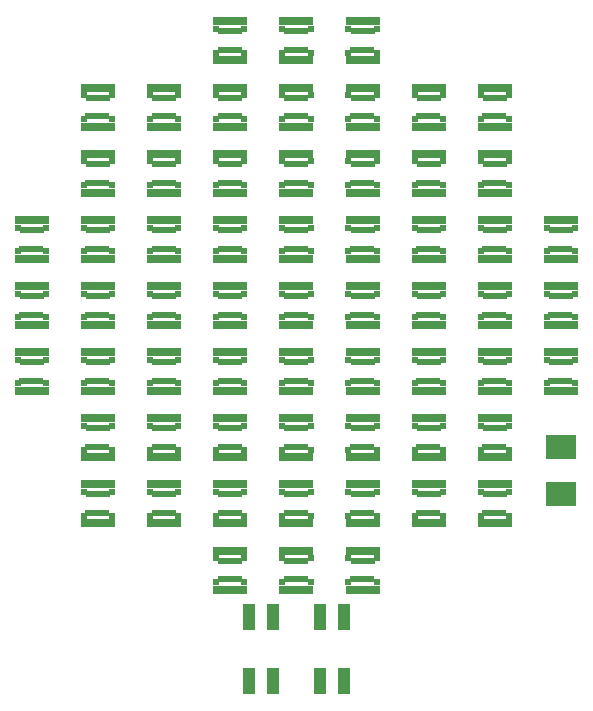
<source format=gbr>
G04 #@! TF.GenerationSoftware,KiCad,Pcbnew,5.1.5+dfsg1-2build2*
G04 #@! TF.CreationDate,2021-12-15T11:20:51+01:00*
G04 #@! TF.ProjectId,BitBadge,42697442-6164-4676-952e-6b696361645f,rev?*
G04 #@! TF.SameCoordinates,Original*
G04 #@! TF.FileFunction,Paste,Top*
G04 #@! TF.FilePolarity,Positive*
%FSLAX46Y46*%
G04 Gerber Fmt 4.6, Leading zero omitted, Abs format (unit mm)*
G04 Created by KiCad (PCBNEW 5.1.5+dfsg1-2build2) date 2021-12-15 11:20:51*
%MOMM*%
%LPD*%
G04 APERTURE LIST*
%ADD10R,1.000000X2.200000*%
%ADD11R,2.500000X2.000000*%
%ADD12R,0.600000X0.500000*%
%ADD13R,3.000000X0.800000*%
%ADD14R,2.000000X0.600000*%
G04 APERTURE END LIST*
D10*
X102000000Y-126400000D03*
X104000000Y-126400000D03*
X96000000Y-126400000D03*
X98000000Y-126400000D03*
X102000000Y-131800000D03*
X104000000Y-131800000D03*
X98000000Y-131800000D03*
X96000000Y-131800000D03*
D11*
X122400000Y-116000000D03*
X122400000Y-112000000D03*
D12*
X104400000Y-123400000D03*
X106800000Y-123400000D03*
D13*
X105600000Y-124050000D03*
D14*
X105550000Y-123200000D03*
X105600000Y-121600000D03*
D13*
X105600000Y-120750000D03*
D12*
X106800000Y-121400000D03*
X104400000Y-121400000D03*
X98800000Y-123400000D03*
X101200000Y-123400000D03*
D13*
X100000000Y-124050000D03*
D14*
X99950000Y-123200000D03*
X100000000Y-121600000D03*
D13*
X100000000Y-120750000D03*
D12*
X101200000Y-121400000D03*
X98800000Y-121400000D03*
X93200000Y-123400000D03*
X95600000Y-123400000D03*
D13*
X94400000Y-124050000D03*
D14*
X94350000Y-123200000D03*
X94400000Y-121600000D03*
D13*
X94400000Y-120750000D03*
D12*
X95600000Y-121400000D03*
X93200000Y-121400000D03*
X115600000Y-117800000D03*
X118000000Y-117800000D03*
D13*
X116800000Y-118450000D03*
D14*
X116750000Y-117600000D03*
X116800000Y-116000000D03*
D13*
X116800000Y-115150000D03*
D12*
X118000000Y-115800000D03*
X115600000Y-115800000D03*
X110000000Y-117800000D03*
X112400000Y-117800000D03*
D13*
X111200000Y-118450000D03*
D14*
X111150000Y-117600000D03*
X111200000Y-116000000D03*
D13*
X111200000Y-115150000D03*
D12*
X112400000Y-115800000D03*
X110000000Y-115800000D03*
X104400000Y-117800000D03*
X106800000Y-117800000D03*
D13*
X105600000Y-118450000D03*
D14*
X105550000Y-117600000D03*
X105600000Y-116000000D03*
D13*
X105600000Y-115150000D03*
D12*
X106800000Y-115800000D03*
X104400000Y-115800000D03*
X98800000Y-117800000D03*
X101200000Y-117800000D03*
D13*
X100000000Y-118450000D03*
D14*
X99950000Y-117600000D03*
X100000000Y-116000000D03*
D13*
X100000000Y-115150000D03*
D12*
X101200000Y-115800000D03*
X98800000Y-115800000D03*
X93200000Y-117800000D03*
X95600000Y-117800000D03*
D13*
X94400000Y-118450000D03*
D14*
X94350000Y-117600000D03*
X94400000Y-116000000D03*
D13*
X94400000Y-115150000D03*
D12*
X95600000Y-115800000D03*
X93200000Y-115800000D03*
X87600000Y-117800000D03*
X90000000Y-117800000D03*
D13*
X88800000Y-118450000D03*
D14*
X88750000Y-117600000D03*
X88800000Y-116000000D03*
D13*
X88800000Y-115150000D03*
D12*
X90000000Y-115800000D03*
X87600000Y-115800000D03*
X82000000Y-117800000D03*
X84400000Y-117800000D03*
D13*
X83200000Y-118450000D03*
D14*
X83150000Y-117600000D03*
X83200000Y-116000000D03*
D13*
X83200000Y-115150000D03*
D12*
X84400000Y-115800000D03*
X82000000Y-115800000D03*
X115600000Y-112200000D03*
X118000000Y-112200000D03*
D13*
X116800000Y-112850000D03*
D14*
X116750000Y-112000000D03*
X116800000Y-110400000D03*
D13*
X116800000Y-109550000D03*
D12*
X118000000Y-110200000D03*
X115600000Y-110200000D03*
X110000000Y-112200000D03*
X112400000Y-112200000D03*
D13*
X111200000Y-112850000D03*
D14*
X111150000Y-112000000D03*
X111200000Y-110400000D03*
D13*
X111200000Y-109550000D03*
D12*
X112400000Y-110200000D03*
X110000000Y-110200000D03*
X104400000Y-112200000D03*
X106800000Y-112200000D03*
D13*
X105600000Y-112850000D03*
D14*
X105550000Y-112000000D03*
X105600000Y-110400000D03*
D13*
X105600000Y-109550000D03*
D12*
X106800000Y-110200000D03*
X104400000Y-110200000D03*
X98800000Y-112200000D03*
X101200000Y-112200000D03*
D13*
X100000000Y-112850000D03*
D14*
X99950000Y-112000000D03*
X100000000Y-110400000D03*
D13*
X100000000Y-109550000D03*
D12*
X101200000Y-110200000D03*
X98800000Y-110200000D03*
X93200000Y-112200000D03*
X95600000Y-112200000D03*
D13*
X94400000Y-112850000D03*
D14*
X94350000Y-112000000D03*
X94400000Y-110400000D03*
D13*
X94400000Y-109550000D03*
D12*
X95600000Y-110200000D03*
X93200000Y-110200000D03*
X87600000Y-112200000D03*
X90000000Y-112200000D03*
D13*
X88800000Y-112850000D03*
D14*
X88750000Y-112000000D03*
X88800000Y-110400000D03*
D13*
X88800000Y-109550000D03*
D12*
X90000000Y-110200000D03*
X87600000Y-110200000D03*
X82000000Y-112200000D03*
X84400000Y-112200000D03*
D13*
X83200000Y-112850000D03*
D14*
X83150000Y-112000000D03*
X83200000Y-110400000D03*
D13*
X83200000Y-109550000D03*
D12*
X84400000Y-110200000D03*
X82000000Y-110200000D03*
X121200000Y-106600000D03*
X123600000Y-106600000D03*
D13*
X122400000Y-107250000D03*
D14*
X122350000Y-106400000D03*
X122400000Y-104800000D03*
D13*
X122400000Y-103950000D03*
D12*
X123600000Y-104600000D03*
X121200000Y-104600000D03*
X115600000Y-106600000D03*
X118000000Y-106600000D03*
D13*
X116800000Y-107250000D03*
D14*
X116750000Y-106400000D03*
X116800000Y-104800000D03*
D13*
X116800000Y-103950000D03*
D12*
X118000000Y-104600000D03*
X115600000Y-104600000D03*
X110000000Y-106600000D03*
X112400000Y-106600000D03*
D13*
X111200000Y-107250000D03*
D14*
X111150000Y-106400000D03*
X111200000Y-104800000D03*
D13*
X111200000Y-103950000D03*
D12*
X112400000Y-104600000D03*
X110000000Y-104600000D03*
X104400000Y-106600000D03*
X106800000Y-106600000D03*
D13*
X105600000Y-107250000D03*
D14*
X105550000Y-106400000D03*
X105600000Y-104800000D03*
D13*
X105600000Y-103950000D03*
D12*
X106800000Y-104600000D03*
X104400000Y-104600000D03*
X98800000Y-106600000D03*
X101200000Y-106600000D03*
D13*
X100000000Y-107250000D03*
D14*
X99950000Y-106400000D03*
X100000000Y-104800000D03*
D13*
X100000000Y-103950000D03*
D12*
X101200000Y-104600000D03*
X98800000Y-104600000D03*
X93200000Y-106600000D03*
X95600000Y-106600000D03*
D13*
X94400000Y-107250000D03*
D14*
X94350000Y-106400000D03*
X94400000Y-104800000D03*
D13*
X94400000Y-103950000D03*
D12*
X95600000Y-104600000D03*
X93200000Y-104600000D03*
X87600000Y-106600000D03*
X90000000Y-106600000D03*
D13*
X88800000Y-107250000D03*
D14*
X88750000Y-106400000D03*
X88800000Y-104800000D03*
D13*
X88800000Y-103950000D03*
D12*
X90000000Y-104600000D03*
X87600000Y-104600000D03*
X82000000Y-106600000D03*
X84400000Y-106600000D03*
D13*
X83200000Y-107250000D03*
D14*
X83150000Y-106400000D03*
X83200000Y-104800000D03*
D13*
X83200000Y-103950000D03*
D12*
X84400000Y-104600000D03*
X82000000Y-104600000D03*
X76400000Y-106600000D03*
X78800000Y-106600000D03*
D13*
X77600000Y-107250000D03*
D14*
X77550000Y-106400000D03*
X77600000Y-104800000D03*
D13*
X77600000Y-103950000D03*
D12*
X78800000Y-104600000D03*
X76400000Y-104600000D03*
X121200000Y-101000000D03*
X123600000Y-101000000D03*
D13*
X122400000Y-101650000D03*
D14*
X122350000Y-100800000D03*
X122400000Y-99200000D03*
D13*
X122400000Y-98350000D03*
D12*
X123600000Y-99000000D03*
X121200000Y-99000000D03*
X115600000Y-101000000D03*
X118000000Y-101000000D03*
D13*
X116800000Y-101650000D03*
D14*
X116750000Y-100800000D03*
X116800000Y-99200000D03*
D13*
X116800000Y-98350000D03*
D12*
X118000000Y-99000000D03*
X115600000Y-99000000D03*
X110000000Y-101000000D03*
X112400000Y-101000000D03*
D13*
X111200000Y-101650000D03*
D14*
X111150000Y-100800000D03*
X111200000Y-99200000D03*
D13*
X111200000Y-98350000D03*
D12*
X112400000Y-99000000D03*
X110000000Y-99000000D03*
X104400000Y-101000000D03*
X106800000Y-101000000D03*
D13*
X105600000Y-101650000D03*
D14*
X105550000Y-100800000D03*
X105600000Y-99200000D03*
D13*
X105600000Y-98350000D03*
D12*
X106800000Y-99000000D03*
X104400000Y-99000000D03*
X98800000Y-101000000D03*
X101200000Y-101000000D03*
D13*
X100000000Y-101650000D03*
D14*
X99950000Y-100800000D03*
X100000000Y-99200000D03*
D13*
X100000000Y-98350000D03*
D12*
X101200000Y-99000000D03*
X98800000Y-99000000D03*
X93200000Y-101000000D03*
X95600000Y-101000000D03*
D13*
X94400000Y-101650000D03*
D14*
X94350000Y-100800000D03*
X94400000Y-99200000D03*
D13*
X94400000Y-98350000D03*
D12*
X95600000Y-99000000D03*
X93200000Y-99000000D03*
X87600000Y-101000000D03*
X90000000Y-101000000D03*
D13*
X88800000Y-101650000D03*
D14*
X88750000Y-100800000D03*
X88800000Y-99200000D03*
D13*
X88800000Y-98350000D03*
D12*
X90000000Y-99000000D03*
X87600000Y-99000000D03*
X82000000Y-101000000D03*
X84400000Y-101000000D03*
D13*
X83200000Y-101650000D03*
D14*
X83150000Y-100800000D03*
X83200000Y-99200000D03*
D13*
X83200000Y-98350000D03*
D12*
X84400000Y-99000000D03*
X82000000Y-99000000D03*
X76400000Y-101000000D03*
X78800000Y-101000000D03*
D13*
X77600000Y-101650000D03*
D14*
X77550000Y-100800000D03*
X77600000Y-99200000D03*
D13*
X77600000Y-98350000D03*
D12*
X78800000Y-99000000D03*
X76400000Y-99000000D03*
X121200000Y-95400000D03*
X123600000Y-95400000D03*
D13*
X122400000Y-96050000D03*
D14*
X122350000Y-95200000D03*
X122400000Y-93600000D03*
D13*
X122400000Y-92750000D03*
D12*
X123600000Y-93400000D03*
X121200000Y-93400000D03*
X115600000Y-95400000D03*
X118000000Y-95400000D03*
D13*
X116800000Y-96050000D03*
D14*
X116750000Y-95200000D03*
X116800000Y-93600000D03*
D13*
X116800000Y-92750000D03*
D12*
X118000000Y-93400000D03*
X115600000Y-93400000D03*
X110000000Y-95400000D03*
X112400000Y-95400000D03*
D13*
X111200000Y-96050000D03*
D14*
X111150000Y-95200000D03*
X111200000Y-93600000D03*
D13*
X111200000Y-92750000D03*
D12*
X112400000Y-93400000D03*
X110000000Y-93400000D03*
X104400000Y-95400000D03*
X106800000Y-95400000D03*
D13*
X105600000Y-96050000D03*
D14*
X105550000Y-95200000D03*
X105600000Y-93600000D03*
D13*
X105600000Y-92750000D03*
D12*
X106800000Y-93400000D03*
X104400000Y-93400000D03*
X98800000Y-95400000D03*
X101200000Y-95400000D03*
D13*
X100000000Y-96050000D03*
D14*
X99950000Y-95200000D03*
X100000000Y-93600000D03*
D13*
X100000000Y-92750000D03*
D12*
X101200000Y-93400000D03*
X98800000Y-93400000D03*
X93200000Y-95400000D03*
X95600000Y-95400000D03*
D13*
X94400000Y-96050000D03*
D14*
X94350000Y-95200000D03*
X94400000Y-93600000D03*
D13*
X94400000Y-92750000D03*
D12*
X95600000Y-93400000D03*
X93200000Y-93400000D03*
X87600000Y-95400000D03*
X90000000Y-95400000D03*
D13*
X88800000Y-96050000D03*
D14*
X88750000Y-95200000D03*
X88800000Y-93600000D03*
D13*
X88800000Y-92750000D03*
D12*
X90000000Y-93400000D03*
X87600000Y-93400000D03*
X82000000Y-95400000D03*
X84400000Y-95400000D03*
D13*
X83200000Y-96050000D03*
D14*
X83150000Y-95200000D03*
X83200000Y-93600000D03*
D13*
X83200000Y-92750000D03*
D12*
X84400000Y-93400000D03*
X82000000Y-93400000D03*
X76400000Y-95400000D03*
X78800000Y-95400000D03*
D13*
X77600000Y-96050000D03*
D14*
X77550000Y-95200000D03*
X77600000Y-93600000D03*
D13*
X77600000Y-92750000D03*
D12*
X78800000Y-93400000D03*
X76400000Y-93400000D03*
X115600000Y-89800000D03*
X118000000Y-89800000D03*
D13*
X116800000Y-90450000D03*
D14*
X116750000Y-89600000D03*
X116800000Y-88000000D03*
D13*
X116800000Y-87150000D03*
D12*
X118000000Y-87800000D03*
X115600000Y-87800000D03*
X110000000Y-89800000D03*
X112400000Y-89800000D03*
D13*
X111200000Y-90450000D03*
D14*
X111150000Y-89600000D03*
X111200000Y-88000000D03*
D13*
X111200000Y-87150000D03*
D12*
X112400000Y-87800000D03*
X110000000Y-87800000D03*
X104400000Y-89800000D03*
X106800000Y-89800000D03*
D13*
X105600000Y-90450000D03*
D14*
X105550000Y-89600000D03*
X105600000Y-88000000D03*
D13*
X105600000Y-87150000D03*
D12*
X106800000Y-87800000D03*
X104400000Y-87800000D03*
X98800000Y-89800000D03*
X101200000Y-89800000D03*
D13*
X100000000Y-90450000D03*
D14*
X99950000Y-89600000D03*
X100000000Y-88000000D03*
D13*
X100000000Y-87150000D03*
D12*
X101200000Y-87800000D03*
X98800000Y-87800000D03*
X93200000Y-89800000D03*
X95600000Y-89800000D03*
D13*
X94400000Y-90450000D03*
D14*
X94350000Y-89600000D03*
X94400000Y-88000000D03*
D13*
X94400000Y-87150000D03*
D12*
X95600000Y-87800000D03*
X93200000Y-87800000D03*
X87600000Y-89800000D03*
X90000000Y-89800000D03*
D13*
X88800000Y-90450000D03*
D14*
X88750000Y-89600000D03*
X88800000Y-88000000D03*
D13*
X88800000Y-87150000D03*
D12*
X90000000Y-87800000D03*
X87600000Y-87800000D03*
X82000000Y-89800000D03*
X84400000Y-89800000D03*
D13*
X83200000Y-90450000D03*
D14*
X83150000Y-89600000D03*
X83200000Y-88000000D03*
D13*
X83200000Y-87150000D03*
D12*
X84400000Y-87800000D03*
X82000000Y-87800000D03*
X115600000Y-84200000D03*
X118000000Y-84200000D03*
D13*
X116800000Y-84850000D03*
D14*
X116750000Y-84000000D03*
X116800000Y-82400000D03*
D13*
X116800000Y-81550000D03*
D12*
X118000000Y-82200000D03*
X115600000Y-82200000D03*
X110000000Y-84200000D03*
X112400000Y-84200000D03*
D13*
X111200000Y-84850000D03*
D14*
X111150000Y-84000000D03*
X111200000Y-82400000D03*
D13*
X111200000Y-81550000D03*
D12*
X112400000Y-82200000D03*
X110000000Y-82200000D03*
X104400000Y-84200000D03*
X106800000Y-84200000D03*
D13*
X105600000Y-84850000D03*
D14*
X105550000Y-84000000D03*
X105600000Y-82400000D03*
D13*
X105600000Y-81550000D03*
D12*
X106800000Y-82200000D03*
X104400000Y-82200000D03*
X98800000Y-84200000D03*
X101200000Y-84200000D03*
D13*
X100000000Y-84850000D03*
D14*
X99950000Y-84000000D03*
X100000000Y-82400000D03*
D13*
X100000000Y-81550000D03*
D12*
X101200000Y-82200000D03*
X98800000Y-82200000D03*
X93200000Y-84200000D03*
X95600000Y-84200000D03*
D13*
X94400000Y-84850000D03*
D14*
X94350000Y-84000000D03*
X94400000Y-82400000D03*
D13*
X94400000Y-81550000D03*
D12*
X95600000Y-82200000D03*
X93200000Y-82200000D03*
X87600000Y-84200000D03*
X90000000Y-84200000D03*
D13*
X88800000Y-84850000D03*
D14*
X88750000Y-84000000D03*
X88800000Y-82400000D03*
D13*
X88800000Y-81550000D03*
D12*
X90000000Y-82200000D03*
X87600000Y-82200000D03*
X82000000Y-84200000D03*
X84400000Y-84200000D03*
D13*
X83200000Y-84850000D03*
D14*
X83150000Y-84000000D03*
X83200000Y-82400000D03*
D13*
X83200000Y-81550000D03*
D12*
X84400000Y-82200000D03*
X82000000Y-82200000D03*
X104400000Y-78600000D03*
X106800000Y-78600000D03*
D13*
X105600000Y-79250000D03*
D14*
X105550000Y-78400000D03*
X105600000Y-76800000D03*
D13*
X105600000Y-75950000D03*
D12*
X106800000Y-76600000D03*
X104400000Y-76600000D03*
X98800000Y-78600000D03*
X101200000Y-78600000D03*
D13*
X100000000Y-79250000D03*
D14*
X99950000Y-78400000D03*
X100000000Y-76800000D03*
D13*
X100000000Y-75950000D03*
D12*
X101200000Y-76600000D03*
X98800000Y-76600000D03*
X93200000Y-78600000D03*
X95600000Y-78600000D03*
D13*
X94400000Y-79250000D03*
D14*
X94350000Y-78400000D03*
X94400000Y-76800000D03*
D13*
X94400000Y-75950000D03*
D12*
X95600000Y-76600000D03*
X93200000Y-76600000D03*
M02*

</source>
